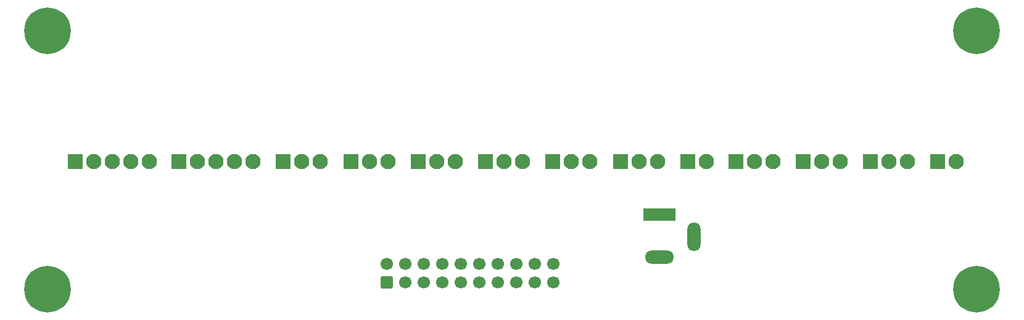
<source format=gbr>
%TF.GenerationSoftware,KiCad,Pcbnew,8.0.6*%
%TF.CreationDate,2025-01-03T23:12:36-08:00*%
%TF.ProjectId,MEP-MAXI-85V-1-REV-2-Sensor-Test-Jig,4d45502d-4d41-4584-992d-3835562d312d,X1*%
%TF.SameCoordinates,Original*%
%TF.FileFunction,Soldermask,Bot*%
%TF.FilePolarity,Negative*%
%FSLAX46Y46*%
G04 Gerber Fmt 4.6, Leading zero omitted, Abs format (unit mm)*
G04 Created by KiCad (PCBNEW 8.0.6) date 2025-01-03 23:12:36*
%MOMM*%
%LPD*%
G01*
G04 APERTURE LIST*
G04 Aperture macros list*
%AMRoundRect*
0 Rectangle with rounded corners*
0 $1 Rounding radius*
0 $2 $3 $4 $5 $6 $7 $8 $9 X,Y pos of 4 corners*
0 Add a 4 corners polygon primitive as box body*
4,1,4,$2,$3,$4,$5,$6,$7,$8,$9,$2,$3,0*
0 Add four circle primitives for the rounded corners*
1,1,$1+$1,$2,$3*
1,1,$1+$1,$4,$5*
1,1,$1+$1,$6,$7*
1,1,$1+$1,$8,$9*
0 Add four rect primitives between the rounded corners*
20,1,$1+$1,$2,$3,$4,$5,0*
20,1,$1+$1,$4,$5,$6,$7,0*
20,1,$1+$1,$6,$7,$8,$9,0*
20,1,$1+$1,$8,$9,$2,$3,0*%
G04 Aperture macros list end*
%ADD10R,2.100000X2.100000*%
%ADD11C,2.100000*%
%ADD12C,0.800000*%
%ADD13C,6.400000*%
%ADD14R,4.400000X1.800000*%
%ADD15O,4.000000X1.800000*%
%ADD16O,1.800000X4.000000*%
%ADD17RoundRect,0.250000X0.600000X-0.600000X0.600000X0.600000X-0.600000X0.600000X-0.600000X-0.600000X0*%
%ADD18C,1.700000*%
G04 APERTURE END LIST*
D10*
%TO.C,J105*%
X111590000Y-112000000D03*
D11*
X114130000Y-112000000D03*
X116670000Y-112000000D03*
%TD*%
D10*
%TO.C,J107*%
X130090000Y-112000000D03*
D11*
X132630000Y-112000000D03*
X135170000Y-112000000D03*
%TD*%
D10*
%TO.C,J114*%
X192170000Y-112000000D03*
D11*
X194710000Y-112000000D03*
%TD*%
D12*
%TO.C,H101*%
X67600000Y-94000000D03*
X68302944Y-92302944D03*
X68302944Y-95697056D03*
X70000000Y-91600000D03*
D13*
X70000000Y-94000000D03*
D12*
X70000000Y-96400000D03*
X71697056Y-92302944D03*
X71697056Y-95697056D03*
X72400000Y-94000000D03*
%TD*%
%TO.C,H103*%
X195100000Y-129500000D03*
X195802944Y-127802944D03*
X195802944Y-131197056D03*
X197500000Y-127100000D03*
D13*
X197500000Y-129500000D03*
D12*
X197500000Y-131900000D03*
X199197056Y-127802944D03*
X199197056Y-131197056D03*
X199900000Y-129500000D03*
%TD*%
%TO.C,H104*%
X67600000Y-129500000D03*
X68302944Y-127802944D03*
X68302944Y-131197056D03*
X70000000Y-127100000D03*
D13*
X70000000Y-129500000D03*
D12*
X70000000Y-131900000D03*
X71697056Y-127802944D03*
X71697056Y-131197056D03*
X72400000Y-129500000D03*
%TD*%
D10*
%TO.C,J111*%
X164420000Y-112000000D03*
D11*
X166960000Y-112000000D03*
X169500000Y-112000000D03*
%TD*%
D10*
%TO.C,J110*%
X157840000Y-112000000D03*
D11*
X160380000Y-112000000D03*
%TD*%
D10*
%TO.C,J109*%
X148590000Y-112000000D03*
D11*
X151130000Y-112000000D03*
X153670000Y-112000000D03*
%TD*%
D10*
%TO.C,J103*%
X88010000Y-112000000D03*
D11*
X90550000Y-112000000D03*
X93090000Y-112000000D03*
X95630000Y-112000000D03*
X98170000Y-112000000D03*
%TD*%
D10*
%TO.C,J112*%
X173670000Y-112000000D03*
D11*
X176210000Y-112000000D03*
X178750000Y-112000000D03*
%TD*%
D14*
%TO.C,J115*%
X153920000Y-119290000D03*
D15*
X153920000Y-125090000D03*
D16*
X158720000Y-122290000D03*
%TD*%
D17*
%TO.C,J101*%
X116560000Y-128590000D03*
D18*
X116560000Y-126050000D03*
X119100000Y-128590000D03*
X119100000Y-126050000D03*
X121640000Y-128590000D03*
X121640000Y-126050000D03*
X124180000Y-128590000D03*
X124180000Y-126050000D03*
X126720000Y-128590000D03*
X126720000Y-126050000D03*
X129260000Y-128590000D03*
X129260000Y-126050000D03*
X131800000Y-128590000D03*
X131800000Y-126050000D03*
X134340000Y-128590000D03*
X134340000Y-126050000D03*
X136880000Y-128590000D03*
X136880000Y-126050000D03*
X139420000Y-128590000D03*
X139420000Y-126050000D03*
%TD*%
D10*
%TO.C,J108*%
X139340000Y-112000000D03*
D11*
X141880000Y-112000000D03*
X144420000Y-112000000D03*
%TD*%
D10*
%TO.C,J102*%
X73760000Y-112000000D03*
D11*
X76300000Y-112000000D03*
X78840000Y-112000000D03*
X81380000Y-112000000D03*
X83920000Y-112000000D03*
%TD*%
D10*
%TO.C,J104*%
X102300000Y-112000000D03*
D11*
X104840000Y-112000000D03*
X107380000Y-112000000D03*
%TD*%
D10*
%TO.C,J113*%
X182920000Y-112000000D03*
D11*
X185460000Y-112000000D03*
X188000000Y-112000000D03*
%TD*%
D12*
%TO.C,H102*%
X195100000Y-94000000D03*
X195802944Y-92302944D03*
X195802944Y-95697056D03*
X197500000Y-91600000D03*
D13*
X197500000Y-94000000D03*
D12*
X197500000Y-96400000D03*
X199197056Y-92302944D03*
X199197056Y-95697056D03*
X199900000Y-94000000D03*
%TD*%
D10*
%TO.C,J106*%
X120880000Y-112000000D03*
D11*
X123420000Y-112000000D03*
X125960000Y-112000000D03*
%TD*%
M02*

</source>
